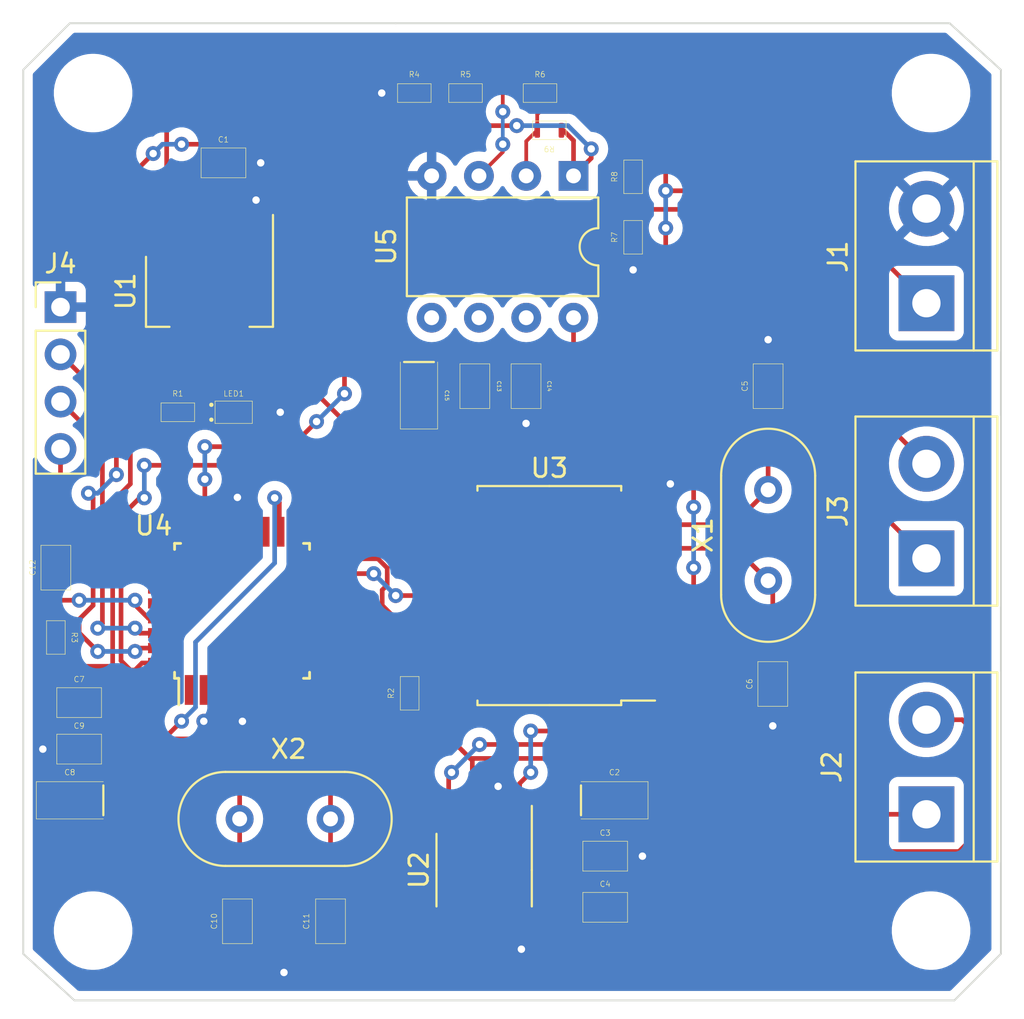
<source format=kicad_pcb>
(kicad_pcb (version 20211014) (generator pcbnew)
  (layers (0 "F.Cu" signal) (31 "B.Cu" signal) (34 "B.Paste" user) (35 "F.Paste" user) (36 "B.SilkS" user "B.Silkscreen") (37 "F.SilkS" user "F.Silkscreen") (38 "B.Mask" user) (39 "F.Mask" user) (44 "Edge.Cuts" user))
  (net 0 "")
  (net 1 "+5V")
  (net 2 "GND")
  (net 3 "SREG")
  (net 11 "INT")
  (net 12 "SCK")
  (net 13 "SI")
  (net 14 "SO")
  (net 15 "CS")
  (net 31 "/U5_OP+")
  (net 32 "/U5_OP-")
  (net 33 "/U2_U3_TXD")
  (net 34 "/12V")
  (net 35 "S1")
  (net 36 "/CAN_H")
  (net 37 "/CAN_L")
  (net 38 "/U2_U3_RXD")
  (net 39 "/U3_RESET")
  (net 40 "/U4_RESET")
  (net 41 "U4_RXD")
  (net 42 "U4_TXD")
  (net 43 "/U3_OSC_2")
  (net 44 "/U3_OSC_1")
  (net 45 "/U4_OSC_1")
  (net 46 "/LED1")
  (net 47 "/U4_OSC_2")
  (net 48 "U4_RTS")
  (net 49 "/R4-5")
  (footprint "Crystal:Crystal_HC49-4H_Vertical" (layer "F.Cu") (at 145 122.45 90)
    (fp_text reference "X1")
    (fp_text value "16MHz" hide)
  )
  (footprint "MountingHole:MountingHole_3.2mm_M3" (layer "F.Cu") (at 108.75 96.25)
    (fp_text reference "REF**" hide)
    (fp_text value "MountingHole_3.2mm_M3" hide)
  )
  (footprint "TerminalBlock:TerminalBlock_bornier-2_P5.08mm" (layer "F.Cu") (at 153.5 121.25 90)
    (fp_text reference "J3")
    (fp_text value "Screw_Terminal_01x02" hide)
  )
  (footprint "Capacitor_SMD_Custom:C_KEM_0805_2.0x1.25mm" (layer "F.Cu") (at 145 112 -90)
    (fp_text reference "C5")
    (fp_text value "22PF" hide)
  )
  (footprint "Capacitor_SMD_Custom:C_KEM_0805_2.0x1.25mm" (layer "F.Cu") (at 106.75 121.75 -90)
    (fp_text reference "C12")
    (fp_text value "1uF" hide)
  )
  (footprint "Resistors_SMD_Custom:R_SPR-0603_1.6x0.8mm" (layer "F.Cu") (at 106.75 125.5 90)
    (fp_text reference "R3")
    (fp_text value "10K" hide)
  )
  (footprint "Capacitor_SMD_Custom:C_TAJ_3516_Bauform_A" (layer "F.Cu") (at 136.75 134.25)
    (fp_text reference "C2")
    (fp_text value "10uF/16V" hide)
  )
  (footprint "Package_TO_SOT_SMD:SOT-223" (layer "F.Cu") (at 115 106.9 -90)
    (fp_text reference "U1")
    (fp_text value "LM1117-5.0" hide)
  )
  (footprint "Connector_PinHeader_2.54mm:PinHeader_1x04_P2.54mm_Vertical" (layer "F.Cu") (at 107 107.75)
    (fp_text reference "J4")
    (fp_text value "Conn_01x04_Female" hide)
  )
  (footprint "Resistors_SMD_Custom:R_SPR-0603_1.6x0.8mm" (layer "F.Cu") (at 137.75 104 -90)
    (fp_text reference "R7")
    (fp_text value "1.3K" hide)
  )
  (footprint "Capacitor_SMD_Custom:C_KEM_0805_2.0x1.25mm" (layer "F.Cu") (at 136.25 137.25)
    (fp_text reference "C3")
    (fp_text value "0.1uF" hide)
  )
  (footprint "Capacitor_SMD_Custom:C_KEM_0805_2.0x1.25mm" (layer "F.Cu") (at 116.5 140.75 -90)
    (fp_text reference "C10")
    (fp_text value "22PF" hide)
  )
  (footprint "Resistors_SMD_Custom:R_SPR-0603_1.6x0.8mm" (layer "F.Cu") (at 132.75 96.25 180)
    (fp_text reference "R6")
    (fp_text value "5.1K" hide)
  )
  (footprint "MountingHole:MountingHole_3.2mm_M3" (layer "F.Cu") (at 153.75 96.25)
    (fp_text reference "REF**" hide)
    (fp_text value "MountingHole_3.2mm_M3" hide)
  )
  (footprint "TerminalBlock:TerminalBlock_bornier-2_P5.08mm" (layer "F.Cu") (at 153.5 107.54 90)
    (fp_text reference "J1")
    (fp_text value "Screw_Terminal_01x02" hide)
  )
  (footprint "Capacitor_SMD_Custom:C_KEM_0805_2.0x1.25mm" (layer "F.Cu") (at 129.25 112 -90)
    (fp_text reference "C13")
    (fp_text value "0.1uF" hide)
  )
  (footprint "Capacitor_SMD_Custom:C_KEM_0805_2.0x1.25mm" (layer "F.Cu") (at 108 129 180)
    (fp_text reference "C7")
    (fp_text value "0.1uF" hide)
  )
  (footprint "Capacitor_SMD_Custom:C_KEM_0805_2.0x1.25mm" (layer "F.Cu") (at 132 112 90)
    (fp_text reference "C14")
    (fp_text value "0.1uF" hide)
  )
  (footprint "Resistors_SMD_Custom:R_SPR-0603_1.6x0.8mm" (layer "F.Cu") (at 133.25 98.25)
    (fp_text reference "R9")
    (fp_text value "110K" hide)
  )
  (footprint "Resistors_SMD_Custom:R_SPR-0603_1.6x0.8mm" (layer "F.Cu") (at 113.3 113.4)
    (fp_text reference "R1")
    (fp_text value "1K" hide)
  )
  (footprint "Package_SO:SOIC-18W_7.5x11.6mm_P1.27mm" (layer "F.Cu") (at 133.25 123.25 180)
    (fp_text reference "U3")
    (fp_text value "MCP2515-xSO" hide)
  )
  (footprint "Resistors_SMD_Custom:R_SPR-0603_1.6x0.8mm" (layer "F.Cu") (at 137.75 100.75 90)
    (fp_text reference "R8")
    (fp_text value "10K" hide)
  )
  (footprint "Capacitor_SMD_Custom:C_TAJ_3516_Bauform_A" (layer "F.Cu") (at 107.5 134.25 180)
    (fp_text reference "C8")
    (fp_text value "10uF/16V" hide)
  )
  (footprint "Capacitor_SMD_Custom:C_KEM_0805_2.0x1.25mm" (layer "F.Cu") (at 121.5 140.75 90)
    (fp_text reference "C11")
    (fp_text value "22PF" hide)
  )
  (footprint "LED_SMD_Custom:LED_EL_0603_GR1_1608" (layer "F.Cu") (at 116.3 113.4 180)
    (fp_text reference "LED1")
    (fp_text value "Green" hide)
  )
  (footprint "Capacitor_SMD_Custom:C_TAJ_3516_Bauform_A" (layer "F.Cu") (at 126.25 112.5 -90)
    (fp_text reference "C15")
    (fp_text value "10uF/16V" hide)
  )
  (footprint "Capacitor_SMD_Custom:C_KEM_0805_2.0x1.25mm" (layer "F.Cu") (at 136.25 140)
    (fp_text reference "C4")
    (fp_text value "0.1uF" hide)
  )
  (footprint "Resistors_SMD_Custom:R_SPR-0603_1.6x0.8mm" (layer "F.Cu") (at 125.75 128.5 -90)
    (fp_text reference "R2")
    (fp_text value "10K" hide)
  )
  (footprint "Crystal:Crystal_HC49-4H_Vertical" (layer "F.Cu") (at 116.62 135.25)
    (fp_text reference "X2")
    (fp_text value "16MHz" hide)
  )
  (footprint "Capacitor_SMD_Custom:C_KEM_0805_2.0x1.25mm" (layer "F.Cu") (at 115.75 100)
    (fp_text reference "C1")
    (fp_text value "1uF" hide)
  )
  (footprint "Capacitor_SMD_Custom:C_KEM_0805_2.0x1.25mm" (layer "F.Cu") (at 108 131.5 180)
    (fp_text reference "C9")
    (fp_text value "0.1uF" hide)
  )
  (footprint "MountingHole:MountingHole_3.2mm_M3" (layer "F.Cu") (at 108.75 141.25)
    (fp_text reference "REF**" hide)
    (fp_text value "MountingHole_3.2mm_M3" hide)
  )
  (footprint "MountingHole:MountingHole_3.2mm_M3" (layer "F.Cu") (at 153.75 141.25)
    (fp_text reference "REF**" hide)
    (fp_text value "MountingHole_3.2mm_M3" hide)
  )
  (footprint "TerminalBlock:TerminalBlock_bornier-2_P5.08mm" (layer "F.Cu") (at 153.5 135 90)
    (fp_text reference "J2")
    (fp_text value "Screw_Terminal_01x02" hide)
  )
  (footprint "Package_QFP:TQFP-32_7x7mm_P0.8mm" (layer "F.Cu") (at 116.75 124.07 90)
    (fp_text reference "U4")
    (fp_text value "ATmega328P-A" hide)
  )
  (footprint "Package_DIP:DIP-8_W7.62mm" (layer "F.Cu") (at 134.55 100.7 -90)
    (fp_text reference "U5")
    (fp_text value "MCP6002-xSN" hide)
  )
  (footprint "Capacitor_SMD_Custom:C_KEM_0805_2.0x1.25mm" (layer "F.Cu") (at 145.25 128 90)
    (fp_text reference "C6")
    (fp_text value "22PF" hide)
  )
  (footprint "Resistors_SMD_Custom:R_SPR-0603_1.6x0.8mm" (layer "F.Cu") (at 128.75 96.25)
    (fp_text reference "R5")
    (fp_text value "330R" hide)
  )
  (footprint "Package_SO:SOIC-8_3.9x4.9mm_P1.27mm" (layer "F.Cu") (at 129.75 138 -90)
    (fp_text reference "U2")
    (fp_text value "TJA1051T" hide)
  )
  (footprint "Resistors_SMD_Custom:R_SPR-0603_1.6x0.8mm" (layer "F.Cu") (at 126 96.25)
    (fp_text reference "R4")
    (fp_text value "5.1K" hide)
  )
  (gr_line (start 107.5 92.5) (end 105 95) (layer "Edge.Cuts") (width 0.1))
  (gr_line (start 157.5 142.5) (end 155 145) (layer "Edge.Cuts") (width 0.1))
  (gr_line (start 107.75 145) (end 105 142.5) (layer "Edge.Cuts") (width 0.1))
  (gr_line (start 154.75 92.5) (end 157.5 95) (layer "Edge.Cuts") (width 0.1))
  (gr_line (start 157.5 95) (end 157.5 142.5) (layer "Edge.Cuts") (width 0.1))
  (gr_line (start 155 145) (end 107.75 145) (layer "Edge.Cuts") (width 0.1))
  (gr_line (start 105 95) (end 105 142.5) (layer "Edge.Cuts") (width 0.1))
  (gr_line (start 125 92.5) (end 107.5 92.5) (layer "Edge.Cuts") (width 0.1))
  (gr_line (start 125 92.5) (end 154.75 92.5) (layer "Edge.Cuts") (width 0.1))
  (segment (start 109.25 102.2255) (end 109.25 112.5) (width 0.25) (layer "F.Cu") (net 1))
  (segment (start 134.75 134.25) (end 134 133.5) (width 0.25) (layer "F.Cu") (net 1))
  (segment (start 134 136.25) (end 134 135.75) (width 0.25) (layer "F.Cu") (net 1))
  (segment (start 135.55 134.25) (end 134.75 134.25) (width 0.25) (layer "F.Cu") (net 1))
  (segment (start 127.75 130.75) (end 126.5 130.75) (width 0.25) (layer "F.Cu") (net 1))
  (segment (start 115 111.25) (end 115.25 111.5) (width 0.25) (layer "F.Cu") (net 1))
  (segment (start 126.5 130.75) (end 125.75 130) (width 0.25) (layer "F.Cu") (net 1))
  (segment (start 109.8 127.05) (end 109.8 128.2) (width 0.25) (layer "F.Cu") (net 1))
  (segment (start 106.75 126.15) (end 106.75 126.5) (width 0.25) (layer "F.Cu") (net 1))
  (segment (start 134 136.5) (end 134 136.25) (width 0.25) (layer "F.Cu") (net 1))
  (segment (start 129.115 135.525) (end 129.115 132.115) (width 0.25) (layer "F.Cu") (net 1))
  (segment (start 109.8 128.2) (end 109.8 128.55) (width 0.25) (layer "F.Cu") (net 1))
  (segment (start 115 103.75) (end 115 101.25) (width 0.25) (layer "F.Cu") (net 1))
  (segment (start 139.5 98.5) (end 139.5 101.5) (width 0.25) (layer "F.Cu") (net 1))
  (segment (start 135.5 137.25) (end 134.75 137.25) (width 0.25) (layer "F.Cu") (net 1))
  (segment (start 110.15 113.4) (end 110.15 114.15) (width 0.25) (layer "F.Cu") (net 1))
  (segment (start 134 135.75) (end 134 133.5) (width 0.25) (layer "F.Cu") (net 1))
  (segment (start 111.9755 99.5) (end 109.25 102.2255) (width 0.25) (layer "F.Cu") (net 1))
  (segment (start 127.75 129.18) (end 128.6 128.33) (width 0.25) (layer "F.Cu") (net 1))
  (segment (start 134.75 140) (end 134 139.25) (width 0.25) (layer "F.Cu") (net 1))
  (segment (start 125.75 130) (end 125.75 129.15) (width 0.25) (layer "F.Cu") (net 1))
  (segment (start 135.5 140) (end 134.75 140) (width 0.25) (layer "F.Cu") (net 1))
  (segment (start 109.25 131.5) (end 109.8 130.95) (width 0.25) (layer "F.Cu") (net 1))
  (segment (start 132 110.5) (end 132.5 110) (width 0.25) (layer "F.Cu") (net 1))
  (segment (start 139.5 107.5) (end 139.5 103.5) (width 0.25) (layer "F.Cu") (net 1))
  (segment (start 153.5 116.17) (end 147.5 110.17) (width 0.25) (layer "F.Cu") (net 1))
  (segment (start 118.25 111.5) (end 118.75 111) (width 0.25) (layer "F.Cu") (net 1))
  (segment (start 129 132) (end 128.6 131.6) (width 0.25) (layer "F.Cu") (net 1))
  (segment (start 108.75 129) (end 109.35 129) (width 0.25) (layer "F.Cu") (net 1))
  (segment (start 112.55 130.95) (end 113.5 130) (width 0.25) (layer "F.Cu") (net 1))
  (segment (start 137 110) (end 139.5 107.5) (width 0.25) (layer "F.Cu") (net 1))
  (segment (start 114.8 130.95) (end 112.55 130.95) (width 0.25) (layer "F.Cu") (net 1))
  (segment (start 109.8 133.7) (end 109.8 130.95) (width 0.25) (layer "F.Cu") (net 1))
  (segment (start 143 101.5) (end 139.5 101.5) (width 0.25) (layer "F.Cu") (net 1))
  (segment (start 120.75 101) (end 118.75 99) (width 0.25) (layer "F.Cu") (net 1))
  (segment (start 133.4 96.25) (end 137.25 96.25) (width 0.25) (layer "F.Cu") (net 1))
  (segment (start 116.35 128.32) (end 116.35 129.4) (width 0.25) (layer "F.Cu") (net 1))
  (segment (start 129.75 110) (end 132.5 110) (width 0.25) (layer "F.Cu") (net 1))
  (segment (start 128.6 131.6) (end 127.75 130.75) (width 0.25) (layer "F.Cu") (net 1))
  (segment (start 132 111.25) (end 132 110.5) (width 0.25) (layer "F.Cu") (net 1))
  (segment (start 110.75 114.75) (end 110.75 117.25) (width 0.25) (layer "F.Cu") (net 1))
  (segment (start 139 132) (end 134 132) (width 0.25) (layer "F.Cu") (net 1))
  (segment (start 134.75 137.25) (end 134 136.5) (width 0.25) (layer "F.Cu") (net 1))
  (segment (start 123.5 115.15) (end 120.75 112.4) (width 0.25) (layer "F.Cu") (net 1))
  (segment (start 115 99) (end 113.5 99) (width 0.25) (layer "F.Cu") (net 1))
  (segment (start 126.25 111.3) (end 126.25 110.5) (width 0.25) (layer "F.Cu") (net 1))
  (segment (start 132.5 110) (end 134.5 110) (width 0.25) (layer "F.Cu") (net 1))
  (segment (start 109.25 112.5) (end 110.15 113.4) (width 0.25) (layer "F.Cu") (net 1))
  (segment (start 118.75 118.25) (end 118.5 118) (width 0.25) (layer "F.Cu") (net 1))
  (segment (start 134.55 108.32) (end 134.55 109.95) (width 0.25) (layer "F.Cu") (net 1))
  (segment (start 127.75 130.75) (end 127.75 129.18) (width 0.25) (layer "F.Cu") (net 1))
  (segment (start 118 101.25) (end 115 101.25) (width 0.25) (layer "F.Cu") (net 1))
  (segment (start 147.5 110.17) (end 147.5 106) (width 0.25) (layer "F.Cu") (net 1))
  (segment (start 117.05 130.95) (end 117.95 130.05) (width 0.25) (layer "F.Cu") (net 1))
  (segment (start 141 118.5) (end 141 117) (width 0.25) (layer "F.Cu") (net 1))
  (segment (start 141 117) (end 139.15 115.15) (width 0.25) (layer "F.Cu") (net 1))
  (segment (start 115 100) (end 115 99) (width 0.25) (layer "F.Cu") (net 1))
  (segment (start 120.75 112.4) (end 120.75 101) (width 0.25) (layer "F.Cu") (net 1))
  (segment (start 110.15 114.15) (end 110.75 114.75) (width 0.25) (layer "F.Cu") (net 1))
  (segment (start 112.55 130.95) (end 109.8 133.7) (width 0.25) (layer "F.Cu") (net 1))
  (segment (start 115.25 111.5) (end 118.25 111.5) (width 0.25) (layer "F.Cu") (net 1))
  (segment (start 115 110.05) (end 115 111.25) (width 0.25) (layer "F.Cu") (net 1))
  (segment (start 112.65 113.4) (end 110.15 113.4) (width 0.25) (layer "F.Cu") (net 1))
  (segment (start 109.8 128.55) (end 109.8 130.95) (width 0.25) (layer "F.Cu") (net 1))
  (segment (start 129.25 110.5) (end 129.75 110) (width 0.25) (layer "F.Cu") (net 1))
  (segment (start 106.75 126.5) (end 107.3 127.05) (width 0.25) (layer "F.Cu") (net 1))
  (segment (start 134.5 114.05) (end 133.4 115.15) (width 0.25) (layer "F.Cu") (net 1))
  (segment (start 110.75 117.25) (end 109.8 118.2) (width 0.25) (layer "F.Cu") (net 1))
  (segment (start 114.8 130.95) (end 116.35 129.4) (width 0.25) (layer "F.Cu") (net 1))
  (segment (start 134 132) (end 129 132) (width 0.25) (layer "F.Cu") (net 1))
  (segment (start 118.75 99) (end 115 99) (width 0.25) (layer "F.Cu") (net 1))
  (segment (start 126.75 110) (end 129.75 110) (width 0.25) (layer "F.Cu") (net 1))
  (segment (start 109.25 134.25) (end 109.8 133.7) (width 0.25) (layer "F.Cu") (net 1))
  (segment (start 109.35 129) (end 109.8 128.55) (width 0.25) (layer "F.Cu") (net 1))
  (segment (start 139.15 115.15) (end 133.4 115.15) (width 0.25) (layer "F.Cu") (net 1))
  (segment (start 129.25 111.25) (end 129.25 110.5) (width 0.25) (layer "F.Cu") (net 1))
  (segment (start 115 101.25) (end 115 100) (width 0.25) (layer "F.Cu") (net 1))
  (segment (start 117.95 130.05) (end 117.95 128.32) (width 0.25) (layer "F.Cu") (net 1))
  (segment (start 134.5 110) (end 134.5 114.05) (width 0.25) (layer "F.Cu") (net 1))
  (segment (start 137.25 96.25) (end 139.5 98.5) (width 0.25) (layer "F.Cu") (net 1))
  (segment (start 118.75 119.82) (end 118.75 118.25) (width 0.25) (layer "F.Cu") (net 1))
  (segment (start 139 132) (end 141 130) (width 0.25) (layer "F.Cu") (net 1))
  (segment (start 108.7 134.25) (end 109.25 134.25) (width 0.25) (layer "F.Cu") (net 1))
  (segment (start 129.115 132.115) (end 129 132) (width 0.25) (layer "F.Cu") (net 1))
  (segment (start 147.5 106) (end 143 101.5) (width 0.25) (layer "F.Cu") (net 1))
  (segment (start 107.3 127.05) (end 109.8 127.05) (width 0.25) (layer "F.Cu") (net 1))
  (segment (start 118.75 102) (end 118 101.25) (width 0.25) (layer "F.Cu") (net 1))
  (segment (start 134 139.25) (end 134 136.25) (width 0.25) (layer "F.Cu") (net 1))
  (segment (start 109.8 118.2) (end 109.8 127.05) (width 0.25) (layer "F.Cu") (net 1))
  (segment (start 141 130) (end 141 121.75) (width 0.25) (layer "F.Cu") (net 1))
  (segment (start 134.5 110) (end 137 110) (width 0.25) (layer "F.Cu") (net 1))
  (segment (start 126.25 110.5) (end 126.75 110) (width 0.25) (layer "F.Cu") (net 1))
  (segment (start 118.75 111) (end 118.75 102) (width 0.25) (layer "F.Cu") (net 1))
  (segment (start 134.55 109.95) (end 134.5 110) (width 0.25) (layer "F.Cu") (net 1))
  (segment (start 134 133.5) (end 134 132) (width 0.25) (layer "F.Cu") (net 1))
  (segment (start 133.4 115.15) (end 123.5 115.15) (width 0.25) (layer "F.Cu") (net 1))
  (segment (start 108.75 131.5) (end 109.25 131.5) (width 0.25) (layer "F.Cu") (net 1))
  (segment (start 114.8 130.95) (end 117.05 130.95) (width 0.25) (layer "F.Cu") (net 1))
  (via (at 113.5 99) (size 0.8) (drill 0.4) (layers "F.Cu" "B.Cu") (net 1))
  (via (at 141 121.75) (size 0.8) (drill 0.4) (layers "F.Cu" "B.Cu") (net 1))
  (via (at 141 118.5) (size 0.8) (drill 0.4) (layers "F.Cu" "B.Cu") (net 1))
  (via (at 118.5 118) (size 0.8) (drill 0.4) (layers "F.Cu" "B.Cu") (net 1))
  (via (at 139.5 103.5) (size 0.8) (drill 0.4) (layers "F.Cu" "B.Cu") (net 1))
  (via (at 139.5 101.5) (size 0.8) (drill 0.4) (layers "F.Cu" "B.Cu") (net 1))
  (via (at 111.9755 99.5) (size 0.8) (drill 0.4) (layers "F.Cu" "B.Cu") (net 1))
  (via (at 113.5 130) (size 0.8) (drill 0.4) (layers "F.Cu" "B.Cu") (net 1))
  (segment (start 141 118.5) (end 141 121.75) (width 0.25) (layer "B.Cu") (net 1))
  (segment (start 113.5 99) (end 112.4755 99) (width 0.25) (layer "B.Cu") (net 1))
  (segment (start 113.5 130) (end 114.25 129.25) (width 0.25) (layer "B.Cu") (net 1))
  (segment (start 112.4755 99) (end 111.9755 99.5) (width 0.25) (layer "B.Cu") (net 1))
  (segment (start 114.25 129.25) (end 114.25 125.75) (width 0.25) (layer "B.Cu") (net 1))
  (segment (start 139.5 103.5) (end 139.5 101.5) (width 0.25) (layer "B.Cu") (net 1))
  (segment (start 118.5 121.5) (end 118.5 118) (width 0.25) (layer "B.Cu") (net 1))
  (segment (start 114.25 125.75) (end 118.5 121.5) (width 0.25) (layer "B.Cu") (net 1))
  (segment (start 119 143.5) (end 120.5 143.5) (width 0.25) (layer "F.Cu") (net 2))
  (segment (start 145.25 130.25) (end 145.25 128.75) (width 0.25) (layer "F.Cu") (net 2))
  (segment (start 116.5 117.9745) (end 116.35 118.1245) (width 0.25) (layer "F.Cu") (net 2))
  (segment (start 138.25 135.5) (end 138.25 137.25) (width 0.25) (layer "F.Cu") (net 2))
  (segment (start 117.15 129.624599) (end 116.768449 130.00615) (width 0.25) (layer "F.Cu") (net 2))
  (segment (start 107.25 131.5) (end 106.05 131.5) (width 0.25) (layer "F.Cu") (net 2))
  (segment (start 126.55 114) (end 126.25 113.7) (width 0.25) (layer "F.Cu") (net 2))
  (segment (start 119 143.5) (end 117.5 143.5) (width 0.25) (layer "F.Cu") (net 2))
  (segment (start 115.55 129.14365) (end 114.69365 130) (width 0.25) (layer "F.Cu") (net 2))
  (segment (start 132 112.75) (end 132 114) (width 0.25) (layer "F.Cu") (net 2))
  (segment (start 121.5 142.5) (end 121.5 141.5) (width 0.25) (layer "F.Cu") (net 2))
  (segment (start 139.75 117.25) (end 138.82 117.25) (width 0.25) (layer "F.Cu") (net 2))
  (segment (start 120.5 143.5) (end 121.5 142.5) (width 0.25) (layer "F.Cu") (net 2))
  (segment (start 131.655 142.155) (end 131.75 142.25) (width 0.25) (layer "F.Cu") (net 2))
  (segment (start 129.25 113.5) (end 129.25 112.75) (width 0.25) (layer "F.Cu") (net 2))
  (segment (start 117.15 128.32) (end 117.15 129.624599) (width 0.25) (layer "F.Cu") (net 2))
  (segment (start 145 109.5) (end 145 111.25) (width 0.25) (layer "F.Cu") (net 2))
  (segment (start 130.385 135.525) (end 130.385 133.615) (width 0.25) (layer "F.Cu") (net 2))
  (segment (start 106.05 134) (end 106.3 134.25) (width 0.25) (layer "F.Cu") (net 2))
  (segment (start 137.95 134.25) (end 137.95 135.2) (width 0.25) (layer "F.Cu") (net 2))
  (segment (start 117 113.4) (end 118.8 113.4) (width 0.25) (layer "F.Cu") (net 2))
  (segment (start 131.655 140.475) (end 131.655 142.155) (width 0.25) (layer "F.Cu") (net 2))
  (segment (start 116.35 118.1245) (end 116.35 119.82) (width 0.25) (layer "F.Cu") (net 2))
  (segment (start 137.95 135.2) (end 138.25 135.5) (width 0.25) (layer "F.Cu") (net 2))
  (segment (start 137.75 105.75) (end 137.75 104.75) (width 0.25) (layer "F.Cu") (net 2))
  (segment (start 137 137.25) (end 138.25 137.25) (width 0.25) (layer "F.Cu") (net 2))
  (segment (start 129.75 114) (end 129.25 113.5) (width 0.25) (layer "F.Cu") (net 2))
  (segment (start 138.82 117.25) (end 137.9 118.17) (width 0.25) (layer "F.Cu") (net 2))
  (segment (start 106.05 131.5) (end 106.05 134) (width 0.25) (layer "F.Cu") (net 2))
  (segment (start 107.25 129) (end 106.05 130.2) (width 0.25) (layer "F.Cu") (net 2))
  (segment (start 129.75 114) (end 126.55 114) (width 0.25) (layer "F.Cu") (net 2))
  (segment (start 130.385 133.615) (end 130.5 133.5) (width 0.25) (layer "F.Cu") (net 2))
  (segment (start 116.5 142.5) (end 116.5 141.5) (width 0.25) (layer "F.Cu") (net 2))
  (segment (start 116.5 100) (end 117.75 100) (width 0.25) (layer "F.Cu") (net 2))
  (segment (start 106.05 130.2) (end 106.05 131.5) (width 0.25) (layer "F.Cu") (net 2))
  (segment (start 138.25 139.5) (end 138.25 137.25) (width 0.25) (layer "F.Cu") (net 2))
  (segment (start 115.55 128.32) (end 115.55 129.14365) (width 0.25) (layer "F.Cu") (net 2))
  (segment (start 117.3 102.2) (end 117.5 102) (width 0.25) (layer "F.Cu") (net 2))
  (segment (start 132 114) (end 129.75 114) (width 0.25) (layer "F.Cu") (net 2))
  (segment (start 137.75 140) (end 138.25 139.5) (width 0.25) (layer "F.Cu") (net 2))
  (segment (start 137 140) (end 137.75 140) (width 0.25) (layer "F.Cu") (net 2))
  (segment (start 124.25 96.25) (end 125.25 96.25) (width 0.25) (layer "F.Cu") (net 2))
  (segment (start 117.3 103.75) (end 117.3 102.2) (width 0.25) (layer "F.Cu") (net 2))
  (segment (start 117.5 143.5) (end 116.5 142.5) (width 0.25) (layer "F.Cu") (net 2))
  (via (at 145 109.5) (size 0.8) (drill 0.4) (layers "F.Cu" "B.Cu") (net 2))
  (via (at 116.5 117.9745) (size 0.8) (drill 0.4) (layers "F.Cu" "B.Cu") (net 2))
  (via (at 117.75 100) (size 0.8) (drill 0.4) (layers "F.Cu" "B.Cu") (net 2))
  (via (at 145.25 130.25) (size 0.8) (drill 0.4) (layers "F.Cu" "B.Cu") (net 2))
  (via (at 138.25 137.25) (size 0.8) (drill 0.4) (layers "F.Cu" "B.Cu") (net 2))
  (via (at 117.5 102) (size 0.8) (drill 0.4) (layers "F.Cu" "B.Cu") (net 2))
  (via (at 124.25 96.25) (size 0.8) (drill 0.4) (layers "F.Cu" "B.Cu") (net 2))
  (via (at 132 114) (size 0.8) (drill 0.4) (layers "F.Cu" "B.Cu") (net 2))
  (via (at 106.05 131.5) (size 0.8) (drill 0.4) (layers "F.Cu" "B.Cu") (net 2))
  (via (at 119 143.5) (size 0.8) (drill 0.4) (layers "F.Cu" "B.Cu") (net 2))
  (via (at 130.5 133.5) (size 0.8) (drill 0.4) (layers "F.Cu" "B.Cu") (net 2))
  (via (at 114.69365 130) (size 0.8) (drill 0.4) (layers "F.Cu" "B.Cu") (net 2))
  (via (at 116.768449 130.00615) (size 0.8) (drill 0.4) (layers "F.Cu" "B.Cu") (net 2))
  (via (at 118.8 113.4) (size 0.8) (drill 0.4) (layers "F.Cu" "B.Cu") (net 2))
  (via (at 139.75 117.25) (size 0.8) (drill 0.4) (layers "F.Cu" "B.Cu") (net 2))
  (via (at 131.75 142.25) (size 0.8) (drill 0.4) (layers "F.Cu" "B.Cu") (net 2))
  (via (at 137.75 105.75) (size 0.8) (drill 0.4) (layers "F.Cu" "B.Cu") (net 2))
  (segment (start 131.5 98) (end 124.5 98) (width 0.25) (layer "F.Cu") (net 3))
  (segment (start 114.75 117) (end 114.75 119.82) (width 0.25) (layer "F.Cu") (net 3))
  (segment (start 124.5 98) (end 122.25 100.25) (width 0.25) (layer "F.Cu") (net 3))
  (segment (start 134.55 98.8) (end 134 98.25) (width 0.25) (layer "F.Cu") (net 3))
  (segment (start 134.55 100.7) (end 135.5 99.75) (width 0.25) (layer "F.Cu") (net 3))
  (segment (start 119.4 115.25) (end 120.75 113.9) (width 0.25) (layer "F.Cu") (net 3))
  (segment (start 114.75 115.25) (end 119.4 115.25) (width 0.25) (layer "F.Cu") (net 3))
  (segment (start 134.55 100.7) (end 134.55 98.8) (width 0.25) (layer "F.Cu") (net 3))
  (segment (start 135.5 99.75) (end 135.5 99.25) (width 0.25) (layer "F.Cu") (net 3))
  (segment (start 122.25 100.25) (end 122.25 112.4) (width 0.25) (layer "F.Cu") (net 3))
  (via (at 122.25 112.4) (size 0.8) (drill 0.4) (layers "F.Cu" "B.Cu") (net 3))
  (via (at 135.5 99.25) (size 0.8) (drill 0.4) (layers "F.Cu" "B.Cu") (net 3))
  (via (at 114.75 117) (size 0.8) (drill 0.4) (layers "F.Cu" "B.Cu") (net 3))
  (via (at 131.5 98) (size 0.8) (drill 0.4) (layers "F.Cu" "B.Cu") (net 3))
  (via (at 120.75 113.9) (size 0.8) (drill 0.4) (layers "F.Cu" "B.Cu") (net 3))
  (via (at 114.75 115.25) (size 0.8) (drill 0.4) (layers "F.Cu" "B.Cu") (net 3))
  (segment (start 120.75 113.9) (end 122.25 112.4) (width 0.25) (layer "B.Cu") (net 3))
  (segment (start 135.5 99.25) (end 134.25 98) (width 0.25) (layer "B.Cu") (net 3))
  (segment (start 114.75 115.25) (end 114.75 117) (width 0.25) (layer "B.Cu") (net 3))
  (segment (start 134.25 98) (end 131.5 98) (width 0.25) (layer "B.Cu") (net 3))
  (segment (start 128.6 120.71) (end 127.21 120.71) (width 0.25) (layer "F.Cu") (net 11))
  (segment (start 110.25 126.75) (end 110.25 119) (width 0.25) (layer "F.Cu") (net 11))
  (segment (start 112.5 126.87) (end 111.38 126.87) (width 0.25) (layer "F.Cu") (net 11))
  (segment (start 111 127.25) (end 110.75 127.25) (width 0.25) (layer "F.Cu") (net 11))
  (segment (start 122.75 116.25) (end 111.5 116.25) (width 0.25) (layer "F.Cu") (net 11))
  (segment (start 110.75 127.25) (end 110.25 126.75) (width 0.25) (layer "F.Cu") (net 11))
  (segment (start 110.25 119) (end 111.25 118) (width 0.25) (layer "F.Cu") (net 11))
  (segment (start 127.21 120.71) (end 122.75 116.25) (width 0.25) (layer "F.Cu") (net 11))
  (segment (start 111.38 126.87) (end 111 127.25) (width 0.25) (layer "F.Cu") (net 11))
  (segment (start 111.25 118) (end 111.5 118) (width 0.25) (layer "F.Cu") (net 11))
  (via (at 111.5 118) (size 0.8) (drill 0.4) (layers "F.Cu" "B.Cu") (net 11))
  (via (at 111.5 116.25) (size 0.8) (drill 0.4) (layers "F.Cu" "B.Cu") (net 11))
  (segment (start 111.5 118) (end 111.5 116.25) (width 0.25) (layer "B.Cu") (net 11))
  (segment (start 119.55 119.82) (end 119.55 118.45) (width 0.25) (layer "F.Cu") (net 12))
  (segment (start 120.25 117.75) (end 122.5 117.75) (width 0.25) (layer "F.Cu") (net 12))
  (segment (start 119.55 118.45) (end 120.25 117.75) (width 0.25) (layer "F.Cu") (net 12))
  (segment (start 128.58 122) (end 128.6 121.98) (width 0.25) (layer "F.Cu") (net 12))
  (segment (start 126.75 122) (end 128.58 122) (width 0.25) (layer "F.Cu") (net 12))
  (segment (start 122.5 117.75) (end 126.75 122) (width 0.25) (layer "F.Cu") (net 12))
  (segment (start 121 122.07) (end 123.82 122.07) (width 0.25) (layer "F.Cu") (net 13))
  (segment (start 125 123.25) (end 128.6 123.25) (width 0.25) (layer "F.Cu") (net 13))
  (via (at 125 123.25) (size 0.8) (drill 0.4) (layers "F.Cu" "B.Cu") (net 13))
  (via (at 123.82 122.07) (size 0.8) (drill 0.4) (layers "F.Cu" "B.Cu") (net 13))
  (segment (start 125 123.25) (end 123.82 122.07) (width 0.25) (layer "B.Cu") (net 13))
  (segment (start 124.275 122.949695) (end 124.275 123.775) (width 0.25) (layer "F.Cu") (net 14))
  (segment (start 124.545 122.679695) (end 124.275 122.949695) (width 0.25) (layer "F.Cu") (net 14))
  (segment (start 124.045305 121.27) (end 124.545 121.769695) (width 0.25) (layer "F.Cu") (net 14))
  (segment (start 125.02 124.52) (end 128.6 124.52) (width 0.25) (layer "F.Cu") (net 14))
  (segment (start 124.275 123.775) (end 125.02 124.52) (width 0.25) (layer "F.Cu") (net 14))
  (segment (start 124.545 121.769695) (end 124.545 122.679695) (width 0.25) (layer "F.Cu") (net 14))
  (segment (start 121 121.27) (end 124.045305 121.27) (width 0.25) (layer "F.Cu") (net 14))
  (segment (start 121 122.87) (end 121.925 122.87) (width 0.25) (layer "F.Cu") (net 15))
  (segment (start 124.845 125.79) (end 128.6 125.79) (width 0.25) (layer "F.Cu") (net 15))
  (segment (start 121.925 122.87) (end 124.845 125.79) (width 0.25) (layer "F.Cu") (net 15))
  (segment (start 130.75 99.42) (end 130.75 99) (width 0.2) (layer "F.Cu") (net 31))
  (segment (start 130.75 97.25) (end 130.75 96.25) (width 0.2) (layer "F.Cu") (net 31))
  (segment (start 129.47 100.7) (end 130.75 99.42) (width 0.2) (layer "F.Cu") (net 31))
  (segment (start 130.75 96.25) (end 129.4 96.25) (width 0.2) (layer "F.Cu") (net 31))
  (segment (start 130.75 96.25) (end 132.1 96.25) (width 0.2) (layer "F.Cu") (net 31))
  (via (at 130.75 97.25) (size 0.8) (drill 0.4) (layers "F.Cu" "B.Cu") (net 31))
  (via (at 130.75 99) (size 0.8) (drill 0.4) (layers "F.Cu" "B.Cu") (net 31))
  (segment (start 130.75 99) (end 130.75 97.25) (width 0.2) (layer "B.Cu") (net 31))
  (segment (start 132.01 100.7) (end 132.01 98.84) (width 0.2) (layer "F.Cu") (net 32))
  (segment (start 137.75 99.5) (end 135.5 97.25) (width 0.2) (layer "F.Cu") (net 32))
  (segment (start 135.5 97.25) (end 132.75 97.25) (width 0.2) (layer "F.Cu") (net 32))
  (segment (start 137.75 100.1) (end 137.75 99.5) (width 0.2) (layer "F.Cu") (net 32))
  (segment (start 132.75 97.25) (end 132.6 97.4) (width 0.2) (layer "F.Cu") (net 32))
  (segment (start 132.01 98.84) (end 132.6 98.25) (width 0.2) (layer "F.Cu") (net 32))
  (segment (start 132.6 97.4) (end 132.6 98.25) (width 0.2) (layer "F.Cu") (net 32))
  (segment (start 137.9 129.6) (end 137.9 128.33) (width 0.25) (layer "F.Cu") (net 33))
  (segment (start 131.655 133.345) (end 131.655 135.525) (width 0.25) (layer "F.Cu") (net 33))
  (segment (start 136.9745 130.5255) (end 137.9 129.6) (width 0.25) (layer "F.Cu") (net 33))
  (segment (start 132.25 132.75) (end 131.655 133.345) (width 0.25) (layer "F.Cu") (net 33))
  (segment (start 132.25 130.5255) (end 136.9745 130.5255) (width 0.25) (layer "F.Cu") (net 33))
  (via (at 132.25 130.5255) (size 0.8) (drill 0.4) (layers "F.Cu" "B.Cu") (net 33))
  (via (at 132.25 132.75) (size 0.8) (drill 0.4) (layers "F.Cu" "B.Cu") (net 33))
  (segment (start 132.25 132.75) (end 132.25 130.5255) (width 0.25) (layer "B.Cu") (net 33))
  (segment (start 116.15 94.25) (end 112.7 97.7) (width 0.25) (layer "F.Cu") (net 34))
  (segment (start 140.21 94.25) (end 116.15 94.25) (width 0.25) (layer "F.Cu") (net 34))
  (segment (start 112.7 97.7) (end 112.7 103.75) (width 0.25) (layer "F.Cu") (net 34))
  (segment (start 153.5 107.54) (end 140.21 94.25) (width 0.25) (layer "F.Cu") (net 34))
  (segment (start 137.75 102.5) (end 137.75 101.4) (width 0.25) (layer "F.Cu") (net 35))
  (segment (start 146.25 106.5) (end 142.25 102.5) (width 0.25) (layer "F.Cu") (net 35))
  (segment (start 148.75 116.5) (end 148.75 113.25) (width 0.25) (layer "F.Cu") (net 35))
  (segment (start 153.5 121.25) (end 148.75 116.5) (width 0.25) (layer "F.Cu") (net 35))
  (segment (start 148.75 113.25) (end 146.25 110.75) (width 0.25) (layer "F.Cu") (net 35))
  (segment (start 142.25 102.5) (end 137.75 102.5) (width 0.25) (layer "F.Cu") (net 35))
  (segment (start 137.75 103.35) (end 137.75 102.5) (width 0.25) (layer "F.Cu") (net 35))
  (segment (start 146.25 110.75) (end 146.25 106.5) (width 0.25) (layer "F.Cu") (net 35))
  (segment (start 131.25 143.25) (end 142.75 143.25) (width 0.25) (layer "F.Cu") (net 36))
  (segment (start 130.385 140.475) (end 130.385 142.385) (width 0.25) (layer "F.Cu") (net 36))
  (segment (start 130.385 142.385) (end 131.25 143.25) (width 0.25) (layer "F.Cu") (net 36))
  (segment (start 151 135) (end 153.5 135) (width 0.25) (layer "F.Cu") (net 36))
  (segment (start 142.75 143.25) (end 151 135) (width 0.25) (layer "F.Cu") (net 36))
  (segment (start 156.75 131.25) (end 156.75 135.5) (width 0.25) (layer "F.Cu") (net 37))
  (segment (start 153.5 129.92) (end 155.42 129.92) (width 0.25) (layer "F.Cu") (net 37))
  (segment (start 155.25 137) (end 151.25 137) (width 0.25) (layer "F.Cu") (net 37))
  (segment (start 156.75 135.5) (end 155.25 137) (width 0.25) (layer "F.Cu") (net 37))
  (segment (start 130.25 144.25) (end 129.115 143.115) (width 0.25) (layer "F.Cu") (net 37))
  (segment (start 144 144.25) (end 130.25 144.25) (width 0.25) (layer "F.Cu") (net 37))
  (segment (start 129.115 143.115) (end 129.115 140.475) (width 0.25) (layer "F.Cu") (net 37))
  (segment (start 155.42 129.92) (end 156.75 131.25) (width 0.25) (layer "F.Cu") (net 37))
  (segment (start 151.25 137) (end 144 144.25) (width 0.25) (layer "F.Cu") (net 37))
  (segment (start 128 132.75) (end 127.845 132.905) (width 0.25) (layer "F.Cu") (net 38))
  (segment (start 127.845 132.905) (end 127.845 135.525) (width 0.25) (layer "F.Cu") (net 38))
  (segment (start 129.5 131.25) (end 138.5 131.25) (width 0.25) (layer "F.Cu") (net 38))
  (segment (start 140 129.75) (end 140 127.5) (width 0.25) (layer "F.Cu") (net 38))
  (segment (start 138.5 131.25) (end 140 129.75) (width 0.25) (layer "F.Cu") (net 38))
  (segment (start 140 127.5) (end 139.56 127.06) (width 0.25) (layer "F.Cu") (net 38))
  (segment (start 139.56 127.06) (end 137.9 127.06) (width 0.25) (layer "F.Cu") (net 38))
  (via (at 129.5 131.25) (size 0.8) (drill 0.4) (layers "F.Cu" "B.Cu") (net 38))
  (via (at 128 132.75) (size 0.8) (drill 0.4) (layers "F.Cu" "B.Cu") (net 38))
  (segment (start 129.5 131.25) (end 128 132.75) (width 0.25) (layer "B.Cu") (net 38))
  (segment (start 125.75 127.5) (end 126.19 127.06) (width 0.25) (layer "F.Cu") (net 39))
  (segment (start 125.75 127.85) (end 125.75 127.5) (width 0.25) (layer "F.Cu") (net 39))
  (segment (start 126.19 127.06) (end 128.6 127.06) (width 0.25) (layer "F.Cu") (net 39))
  (segment (start 112.5 124.47) (end 111.72 124.47) (width 0.25) (layer "F.Cu") (net 40))
  (segment (start 106.75 123.5) (end 108 123.5) (width 0.25) (layer "F.Cu") (net 40))
  (segment (start 106.75 122.5) (end 106.75 123.5) (width 0.25) (layer "F.Cu") (net 40))
  (segment (start 111 123.75) (end 111 123.5) (width 0.25) (layer "F.Cu") (net 40))
  (segment (start 106.75 123.5) (end 106.75 124.85) (width 0.25) (layer "F.Cu") (net 40))
  (segment (start 111.72 124.47) (end 111 123.75) (width 0.25) (layer "F.Cu") (net 40))
  (via (at 111 123.5) (size 0.8) (drill 0.4) (layers "F.Cu" "B.Cu") (net 40))
  (via (at 108 123.5) (size 0.8) (drill 0.4) (layers "F.Cu" "B.Cu") (net 40))
  (segment (start 111 123.5) (end 108 123.5) (width 0.25) (layer "B.Cu") (net 40))
  (segment (start 107 112.83) (end 109.25 115.08) (width 0.25) (layer "F.Cu") (net 41))
  (segment (start 109.25 115.08) (end 109.25 124.75) (width 0.25) (layer "F.Cu") (net 41))
  (segment (start 111.27 125.27) (end 111 125) (width 0.25) (layer "F.Cu") (net 41))
  (segment (start 109.25 124.75) (end 109 125) (width 0.25) (layer "F.Cu") (net 41))
  (segment (start 112.5 125.27) (end 111.27 125.27) (width 0.25) (layer "F.Cu") (net 41))
  (via (at 109 125) (size 0.8) (drill 0.4) (layers "F.Cu" "B.Cu") (net 41))
  (via (at 111 125) (size 0.8) (drill 0.4) (layers "F.Cu" "B.Cu") (net 41))
  (segment (start 111 125) (end 109 125) (width 0.25) (layer "B.Cu") (net 41))
  (segment (start 108 124.525305) (end 108 125.25) (width 0.25) (layer "F.Cu") (net 42))
  (segment (start 108 125.25) (end 109 126.25) (width 0.25) (layer "F.Cu") (net 42))
  (segment (start 108.5 117.75) (end 108.75 118) (width 0.25) (layer "F.Cu") (net 42))
  (segment (start 108.75 118) (end 108.75 123.775305) (width 0.25) (layer "F.Cu") (net 42))
  (segment (start 108.75 123.775305) (end 108 124.525305) (width 0.25) (layer "F.Cu") (net 42))
  (segment (start 110 114.75) (end 110 116.75) (width 0.25) (layer "F.Cu") (net 42))
  (segment (start 108.75 113.5) (end 110 114.75) (width 0.25) (layer "F.Cu") (net 42))
  (segment (start 112.5 126.07) (end 111.18 126.07) (width 0.25) (layer "F.Cu") (net 42))
  (segment (start 107 110.29) (end 108.75 112.04) (width 0.25) (layer "F.Cu") (net 42))
  (segment (start 108.75 112.04) (end 108.75 113.5) (width 0.25) (layer "F.Cu") (net 42))
  (segment (start 111.18 126.07) (end 111 126.25) (width 0.25) (layer "F.Cu") (net 42))
  (via (at 108.5 117.75) (size 0.8) (drill 0.4) (layers "F.Cu" "B.Cu") (net 42))
  (via (at 110 116.75) (size 0.8) (drill 0.4) (layers "F.Cu" "B.Cu") (net 42))
  (via (at 109 126.25) (size 0.8) (drill 0.4) (layers "F.Cu" "B.Cu") (net 42))
  (via (at 111 126.25) (size 0.8) (drill 0.4) (layers "F.Cu" "B.Cu") (net 42))
  (segment (start 108.5 117.75) (end 109 117.75) (width 0.25) (layer "B.Cu") (net 42))
  (segment (start 109 117.75) (end 110 116.75) (width 0.25) (layer "B.Cu") (net 42))
  (segment (start 111 126.25) (end 109 126.25) (width 0.25) (layer "B.Cu") (net 42))
  (segment (start 143.26 120.71) (end 145 122.45) (width 0.25) (layer "F.Cu") (net 43))
  (segment (start 145.25 127.25) (end 145.25 122.7) (width 0.25) (layer "F.Cu") (net 43))
  (segment (start 137.9 120.71) (end 143.26 120.71) (width 0.25) (layer "F.Cu") (net 43))
  (segment (start 145.25 122.7) (end 145 122.45) (width 0.25) (layer "F.Cu") (net 43))
  (segment (start 143.13 119.44) (end 137.9 119.44) (width 0.25) (layer "F.Cu") (net 44))
  (segment (start 145 117.57) (end 145 112.75) (width 0.25) (layer "F.Cu") (net 44))
  (segment (start 145 117.57) (end 143.13 119.44) (width 0.25) (layer "F.Cu") (net 44))
  (segment (start 116.62 139.88) (end 116.62 135.25) (width 0.25) (layer "F.Cu") (net 45))
  (segment (start 116.5 140) (end 116.62 139.88) (width 0.25) (layer "F.Cu") (net 45))
  (segment (start 116.62 133.38) (end 116.62 135.25) (width 0.25) (layer "F.Cu") (net 45))
  (segment (start 118.75 128.32) (end 118.75 131.25) (width 0.25) (layer "F.Cu") (net 45))
  (segment (start 118.75 131.25) (end 116.62 133.38) (width 0.25) (layer "F.Cu") (net 45))
  (segment (start 113.95 113.4) (end 115.6 113.4) (width 0.25) (layer "F.Cu") (net 46))
  (segment (start 121.5 140) (end 121.5 135.25) (width 0.25) (layer "F.Cu") (net 47))
  (segment (start 119.5 128.37) (end 119.5 131.25) (width 0.25) (layer "F.Cu") (net 47))
  (segment (start 121.5 133.25) (end 121.5 135.25) (width 0.25) (layer "F.Cu") (net 47))
  (segment (start 119.5 131.25) (end 121.5 133.25) (width 0.25) (layer "F.Cu") (net 47))
  (segment (start 119.55 128.32) (end 119.5 128.37) (width 0.25) (layer "F.Cu") (net 47))
  (segment (start 107 115.37) (end 107 120.75) (width 0.25) (layer "F.Cu") (net 48))
  (segment (start 107 120.75) (end 106.75 121) (width 0.25) (layer "F.Cu") (net 48))
  (segment (start 128.1 96.25) (end 126.65 96.25) (width 0.25) (layer "F.Cu") (net 49))
  (zone (net 2) (net_name "GND") (layer "B.Cu") (connect_pads (clearance 0.508)) (min_thickness 0.254) (fill yes (thermal_gap 0.508) (thermal_bridge_width 0.508))
    (polygon (pts (xy 158.5 91.25) (xy 158.5 117.75) (xy 158.75 145.75) (xy 104 146) (xy 103.75 91.5) (xy 129.75 91.5)))
  )
)
</source>
